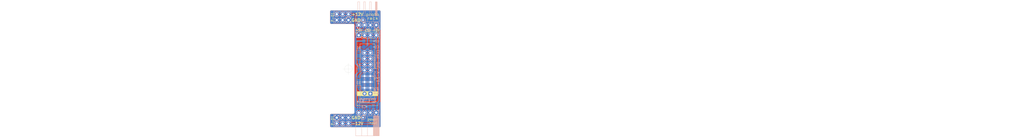
<source format=kicad_pcb>
(kicad_pcb (version 20221018) (generator pcbnew)
  (layers (0 "F.Cu" signal) (31 "B.Cu" signal) (34 "B.Paste" user) (35 "F.Paste" user) (36 "B.SilkS" user "B.Silkscreen") (37 "F.SilkS" user "F.Silkscreen") (38 "B.Mask" user) (39 "F.Mask" user) (44 "Edge.Cuts" user))
  (net 0 "")
  (net 1 "GND")
  (net 2 "+12V")
  (net 3 "-12V")
  (net 4 "+5V")
  (net 5 "/+5V_IN")
  (net 6 "/+12V_IN")
  (net 7 "/-12V_IN")
  (net 8 "unconnected-(J5-PadCV)")
  (net 9 "unconnected-(J5-PadGATE)")
  (footprint "Protorack:Eurorack_Power_Header_2x08_THT" (layer "F.Cu") (at 158.255 101.905)
    (fp_text reference "J5" hide)
    (fp_text value "POWER_IN")
    (pad "+5VD" thru_hole circle (at -1.27 -3.810001 180) (size 1.7 1.7) (drill 1) (layers "*.Cu" "*.Mask") (net 5 "/+5V_IN"))
    (pad "+5VD" thru_hole circle (at 1.27 -3.81 180) (size 1.7 1.7) (drill 1) (layers "*.Cu" "*.Mask") (net 5 "/+5V_IN"))
    (pad "+12V" thru_hole circle (at -1.27 -1.27 180) (size 1.7 1.7) (drill 1) (layers "*.Cu" "*.Mask") (net 6 "/+12V_IN"))
    (pad "+12V" thru_hole circle (at 1.27 -1.27 180) (size 1.7 1.7) (drill 1) (layers "*.Cu" "*.Mask") (net 6 "/+12V_IN"))
    (pad "-12V" thru_hole circle (at -1.27 8.89 180) (size 1.7 1.7) (drill 1) (layers "*.Cu" "*.Mask") (net 7 "/-12V_IN"))
    (pad "-12V" thru_hole roundrect (at 1.27 8.89 180) (size 1.7 1.7) (drill 1) (layers "*.Cu" "*.Mask") (roundrect_rratio 0.1470588235) (net 7 "/-12V_IN"))
    (pad "CV" thru_hole circle (at -1.27 -6.35 180) (size 1.7 1.7) (drill 1) (layers "*.Cu" "*.Mask") (net 8 "unconnected-(J5-PadCV)"))
    (pad "CV" thru_hole circle (at 1.27 -6.35 180) (size 1.7 1.7) (drill 1) (layers "*.Cu" "*.Mask") (net 8 "unconnected-(J5-PadCV)"))
    (pad "GATE" thru_hole circle (at -1.27 -8.890001 180) (size 1.7 1.7) (drill 1) (layers "*.Cu" "*.Mask") (net 9 "unconnected-(J5-PadGATE)"))
    (pad "GATE" thru_hole circle (at 1.27 -8.89 180) (size 1.7 1.7) (drill 1) (layers "*.Cu" "*.Mask") (net 9 "unconnected-(J5-PadGATE)"))
    (pad "GND" thru_hole circle (at -1.27 1.269999 180) (size 1.7 1.7) (drill 1) (layers "*.Cu" "*.Mask") (net 1 "GND"))
    (pad "GND" thru_hole circle (at -1.27 3.81 180) (size 1.7 1.7) (drill 1) (layers "*.Cu" "*.Mask") (net 1 "GND"))
    (pad "GND" thru_hole circle (at -1.27 6.349999 180) (size 1.7 1.7) (drill 1) (layers "*.Cu" "*.Mask") (net 1 "GND"))
    (pad "GND" thru_hole circle (at 1.27 1.27 180) (size 1.7 1.7) (drill 1) (layers "*.Cu" "*.Mask") (net 1 "GND"))
    (pad "GND" thru_hole circle (at 1.27 3.81 180) (size 1.7 1.7) (drill 1) (layers "*.Cu" "*.Mask") (net 1 "GND"))
    (pad "GND" thru_hole circle (at 1.27 6.35 180) (size 1.7 1.7) (drill 1) (layers "*.Cu" "*.Mask") (net 1 "GND"))
  )
  (footprint "Connector_PinSocket_2.54mm:PinSocket_1x04_P2.54mm_Vertical" (layer "F.Cu") (at 154.445 85.395 90)
    (fp_text reference "J4" hide)
    (fp_text value "+5V_OUT")
    (pad "1" thru_hole rect (at 0 0 90) (size 1.7 1.7) (drill 1) (layers "*.Cu" "*.Mask") (net 4 "+5V"))
    (pad "2" thru_hole oval (at 0 2.54 90) (size 1.7 1.7) (drill 1) (layers "*.Cu" "*.Mask") (net 4 "+5V"))
    (pad "3" thru_hole oval (at 0 5.08 90) (size 1.7 1.7) (drill 1) (layers "*.Cu" "*.Mask") (net 4 "+5V"))
    (pad "4" thru_hole oval (at 0 7.62 90) (size 1.7 1.7) (drill 1) (layers "*.Cu" "*.Mask") (net 4 "+5V"))
  )
  (footprint "BreadboardHelpers:Protorack_Logo_Small_7x4mm" (layer "F.Cu") (at 160.5 77.25)
    (fp_text reference "G***" hide)
    (fp_text value "LOGO" hide)
  )
  (footprint "Protorack:Breadboard_MB-102" (layer "F.Cu") (at 81.42 100)
    (fp_text reference "REF**" hide)
    (fp_text value "Breadboard_MB-102")
  )
  (footprint "Capacitor_SMD:C_1206_3216Metric_Pad1.33x1.80mm_HandSolder" (layer "B.Cu") (at 158.255 90.475)
    (fp_text reference "C1" (at 4.1275 0 180) (layer "B.SilkS") (effects (justify mirror)))
    (fp_text value "10uF")
    (pad "1" smd roundrect (at -1.5625 0) (size 1.325 1.8) (layers "B.Cu" "B.Paste" "B.Mask") (roundrect_rratio 0.1886792453) (net 4 "+5V"))
    (pad "2" smd roundrect (at 1.5625 0) (size 1.325 1.8) (layers "B.Cu" "B.Paste" "B.Mask") (roundrect_rratio 0.1886792453) (net 1 "GND"))
  )
  (footprint "Capacitor_SMD:C_1206_3216Metric_Pad1.33x1.80mm_HandSolder" (layer "B.Cu") (at 158.255 87.935)
    (fp_text reference "C2" (at 4.1275 0 180) (layer "B.SilkS") (effects (justify mirror)))
    (fp_text value "10uF")
    (pad "1" smd roundrect (at -1.5625 0) (size 1.325 1.8) (layers "B.Cu" "B.Paste" "B.Mask") (roundrect_rratio 0.1886792453) (net 2 "+12V"))
    (pad "2" smd roundrect (at 1.5625 0) (size 1.325 1.8) (layers "B.Cu" "B.Paste" "B.Mask") (roundrect_rratio 0.1886792453) (net 1 "GND"))
  )
  (footprint "Capacitor_SMD:C_1206_3216Metric_Pad1.33x1.80mm_HandSolder" (layer "B.Cu") (at 160.795 116.51 180)
    (fp_text reference "C3" (at 4.1275 0) (layer "B.SilkS") (effects (justify mirror)))
    (fp_text value "10uF")
    (pad "1" smd roundrect (at -1.5625 0 180) (size 1.325 1.8) (layers "B.Cu" "B.Paste" "B.Mask") (roundrect_rratio 0.1886792453) (net 3 "-12V"))
    (pad "2" smd roundrect (at 1.5625 0 180) (size 1.325 1.8) (layers "B.Cu" "B.Paste" "B.Mask") (roundrect_rratio 0.1886792453) (net 1 "GND"))
  )
  (footprint "Diode_SMD:D_SOD-123" (layer "B.Cu") (at 154.445 94.285 -90)
    (fp_text reference "D1" (at -3.4925 0) (layer "B.SilkS") (effects (justify mirror)))
    (fp_text value "1N5819HW")
    (pad "1" smd roundrect (at -1.65 0 270) (size 0.9 1.2) (layers "B.Cu" "B.Paste" "B.Mask") (net 4 "+5V"))
    (pad "2" smd roundrect (at 1.65 0 270) (size 0.9 1.2) (layers "B.Cu" "B.Paste" "B.Mask") (net 5 "/+5V_IN"))
  )
  (footprint "Diode_SMD:D_SOD-123" (layer "B.Cu") (at 154.445 101.905 -90)
    (fp_text reference "D2" (at -3.4925 0 180) (layer "B.SilkS") (effects (justify mirror)))
    (fp_text value "1N5819HW")
    (pad "1" smd roundrect (at -1.65 0 270) (size 0.9 1.2) (layers "B.Cu" "B.Paste" "B.Mask") (net 2 "+12V"))
    (pad "2" smd roundrect (at 1.65 0 270) (size 0.9 1.2) (layers "B.Cu" "B.Paste" "B.Mask") (net 6 "/+12V_IN"))
  )
  (footprint "Diode_SMD:D_SOD-123" (layer "B.Cu") (at 154.445 109.525 -90)
    (fp_text reference "D3" (at -3.4925 0 180) (layer "B.SilkS") (effects (justify mirror)))
    (fp_text value "1N5819HW")
    (pad "1" smd roundrect (at -1.65 0 270) (size 0.9 1.2) (layers "B.Cu" "B.Paste" "B.Mask") (net 7 "/-12V_IN"))
    (pad "2" smd roundrect (at 1.65 0 270) (size 0.9 1.2) (layers "B.Cu" "B.Paste" "B.Mask") (net 3 "-12V"))
  )
  (footprint "Connector_PinHeader_2.54mm:PinHeader_1x04_P2.54mm_Horizontal" (layer "B.Cu") (at 162.065 80.95 90)
    (fp_text reference "J3" hide)
    (fp_text value "CHAIN_TOP")
    (pad "1" thru_hole rect (at 0 0 90) (size 1.7 1.7) (drill 1) (layers "*.Cu" "*.Mask") (net 3 "-12V"))
    (pad "2" thru_hole oval (at 0 -2.54 90) (size 1.7 1.7) (drill 1) (layers "*.Cu" "*.Mask") (net 1 "GND"))
    (pad "3" thru_hole oval (at 0 -5.08 90) (size 1.7 1.7) (drill 1) (layers "*.Cu" "*.Mask") (net 2 "+12V"))
    (pad "4" thru_hole oval (at 0 -7.62 90) (size 1.7 1.7) (drill 1) (layers "*.Cu" "*.Mask") (net 4 "+5V"))
  )
  (footprint "Connector_PinSocket_2.54mm:PinSocket_1x04_P2.54mm_Horizontal" (layer "B.Cu") (at 162.065 119.05 90)
    (fp_text reference "J6" hide)
    (fp_text value "CHAIN_BOTTOM")
    (pad "1" thru_hole rect (at 0 0 90) (size 1.7 1.7) (drill 1) (layers "*.Cu" "*.Mask") (net 3 "-12V"))
    (pad "2" thru_hole oval (at 0 -2.54 90) (size 1.7 1.7) (drill 1) (layers "*.Cu" "*.Mask") (net 1 "GND"))
    (pad "3" thru_hole oval (at 0 -5.08 90) (size 1.7 1.7) (drill 1) (layers "*.Cu" "*.Mask") (net 2 "+12V"))
    (pad "4" thru_hole oval (at 0 -7.62 90) (size 1.7 1.7) (drill 1) (layers "*.Cu" "*.Mask") (net 4 "+5V"))
  )
  (footprint "Connector_PinHeader_2.54mm:PinHeader_2x03_P2.54mm_Vertical" (layer "B.Cu") (at 150 78.77 90)
    (fp_text reference "J1" hide)
    (fp_text value "POWER_A")
    (pad "1" thru_hole rect (at 0 0 90) (size 1.7 1.7) (drill 1) (layers "*.Cu" "*.Mask") (net 1 "GND"))
    (pad "2" thru_hole oval (at 2.54 0 90) (size 1.7 1.7) (drill 1) (layers "*.Cu" "*.Mask") (net 2 "+12V"))
    (pad "3" thru_hole oval (at 0 -2.54 90) (size 1.7 1.7) (drill 1) (layers "*.Cu" "*.Mask") (net 1 "GND"))
    (pad "4" thru_hole oval (at 2.54 -2.54 90) (size 1.7 1.7) (drill 1) (layers "*.Cu" "*.Mask") (net 2 "+12V"))
    (pad "5" thru_hole oval (at 0 -5.08 90) (size 1.7 1.7) (drill 1) (layers "*.Cu" "*.Mask") (net 1 "GND"))
    (pad "6" thru_hole oval (at 2.54 -5.08 90) (size 1.7 1.7) (drill 1) (layers "*.Cu" "*.Mask") (net 2 "+12V"))
  )
  (footprint "Connector_PinHeader_2.54mm:PinHeader_2x03_P2.54mm_Vertical" (layer "B.Cu") (at 144.92 121.23 -90)
    (fp_text reference "J2" hide)
    (fp_text value "POWER_B")
    (pad "1" thru_hole rect (at 0 0 270) (size 1.7 1.7) (drill 1) (layers "*.Cu" "*.Mask") (net 1 "GND"))
    (pad "2" thru_hole oval (at 2.54 0 270) (size 1.7 1.7) (drill 1) (layers "*.Cu" "*.Mask") (net 3 "-12V"))
    (pad "3" thru_hole oval (at 0 -2.54 270) (size 1.7 1.7) (drill 1) (layers "*.Cu" "*.Mask") (net 1 "GND"))
    (pad "4" thru_hole oval (at 2.54 -2.54 270) (size 1.7 1.7) (drill 1) (layers "*.Cu" "*.Mask") (net 3 "-12V"))
    (pad "5" thru_hole oval (at 0 -5.08 270) (size 1.7 1.7) (drill 1) (layers "*.Cu" "*.Mask") (net 1 "GND"))
    (pad "6" thru_hole oval (at 2.54 -5.08 270) (size 1.7 1.7) (drill 1) (layers "*.Cu" "*.Mask") (net 3 "-12V"))
  )
  (footprint "TestPoint:TestPoint_THTPad_D1.5mm_Drill0.7mm" (layer "B.Cu") (at 156.35 121.23)
    (fp_text reference "TP1" hide)
    (fp_text value "GND")
    (pad "1" thru_hole circle (at 0 0) (size 1.5 1.5) (drill 0.7) (layers "*.Cu" "*.Mask") (net 1 "GND"))
  )
  (footprint "TestPoint:TestPoint_THTPad_D1.5mm_Drill0.7mm" (layer "B.Cu") (at 156.35 78.77)
    (fp_text reference "TP2" hide)
    (fp_text value "GND")
    (pad "1" thru_hole circle (at 0 0) (size 1.5 1.5) (drill 0.7) (layers "*.Cu" "*.Mask") (net 1 "GND"))
  )
  (gr_arc (start 142.5 125.5) (mid 142.146447 125.353553) (end 142 125) (stroke (width 0.05)) (layer "Edge.Cuts"))
  (gr_line (start 163.5 125.5) (end 142.5 125.5) (stroke (width 0.05)) (layer "Edge.Cuts"))
  (gr_arc (start 164 125) (mid 163.853553 125.353553) (end 163.5 125.5) (stroke (width 0.05)) (layer "Edge.Cuts"))
  (gr_line (start 164 75) (end 164 125) (stroke (width 0.05)) (layer "Edge.Cuts"))
  (gr_arc (start 142.5 80.5) (mid 142.146447 80.353553) (end 142 80) (stroke (width 0.05)) (layer "Edge.Cuts"))
  (gr_arc (start 152 80.5) (mid 152.353553 80.646447) (end 152.5 81) (stroke (width 0.05)) (layer "Edge.Cuts"))
  (gr_arc (start 152.5 119) (mid 152.353553 119.353553) (end 152 119.5) (stroke (width 0.05)) (layer "Edge.Cuts"))
  (gr_arc (start 142 120) (mid 142.146447 119.646447) (end 142.5 119.5) (stroke (width 0.05)) (layer "Edge.Cuts"))
  (gr_line (start 142 125) (end 142 120) (stroke (width 0.05)) (layer "Edge.Cuts"))
  (gr_line (start 142.5 119.5) (end 152 119.5) (stroke (width 0.05)) (layer "Edge.Cuts"))
  (gr_line (start 152.5 119) (end 152.5 81) (stroke (width 0.05)) (layer "Edge.Cuts"))
  (gr_line (start 152 80.5) (end 142.5 80.5) (stroke (width 0.05)) (layer "Edge.Cuts"))
  (gr_line (start 142 80) (end 142 75) (stroke (width 0.05)) (layer "Edge.Cuts"))
  (gr_arc (start 163.5 74.5) (mid 163.853553 74.646447) (end 164 75) (stroke (width 0.05)) (layer "Edge.Cuts"))
  (gr_arc (start 142 75) (mid 142.146447 74.646447) (end 142.5 74.5) (stroke (width 0.05)) (layer "Edge.Cuts"))
  (gr_line (start 142.5 74.5) (end 163.5 74.5) (stroke (width 0.05)) (layer "Edge.Cuts"))
  (gr_text "P-01-R" (at 158.255 83.1725) (layer "B.SilkS") (effects (font (size 1.25 1.25) (thickness 0.2)) (justify mirror)))
  (gr_text "2023\nRev.3" (at 162.065 109.525 90) (layer "B.SilkS") (effects (font (size 0.8 0.8)) (justify mirror)))
  (gr_text "designed by\nMax Schlecht" (at 158.255 113.6525) (layer "B.SilkS") (effects (font (size 0.8 0.8)) (justify mirror)))
  (gr_text "Licensed under\nCERN-OHL-W-2.0+" (at 162.065 99.365 90) (layer "B.SilkS") (effects (font (size 1 1)) (justify mirror)))
  (gr_text "GND" (at 151.25 78.82) (layer "F.SilkS") (effects (font (size 1.25 1.25) (thickness 0.25)) (justify left)))
  (gr_text "P-01" (at 143.125 77.5 90) (layer "F.SilkS") (effects (font (size 1 1))))
  (gr_text "+12V" (at 151.25 76.28) (layer "F.SilkS") (effects (font (size 1.25 1.25) (thickness 0.25)) (justify left)))
  (gr_text "GND" (at 151.25 121.28) (layer "F.SilkS") (effects (font (size 1.25 1.25) (thickness 0.25)) (justify left)))
  (gr_text "-12V" (at 151.25 123.82) (layer "F.SilkS") (effects (font (size 1.25 1.25) (thickness 0.25)) (justify left)))
  (gr_text "power\ninput" (at 160.5 122.75) (layer "F.SilkS") (effects (font (size 1 1) (thickness 0.15) italic)))
  (gr_text "P-01\n" (at 143.125 122.5 90) (layer "F.SilkS") (effects (font (size 1 1))))
  (gr_text "+5V +5V +5V" (at 158.255 83.1725) (layer "F.SilkS") (effects (font (size 1 1) (thickness 0.2))))
  (target plus (at 150 100) (size 5) (width 0.05) (layer "Edge.Cuts"))
  (via (at 161.1125 87.935) (size 0.8) (drill 0.4) (layers "F.Cu" "B.Cu") (net 1))
  (via (at 161.1125 90.475) (size 0.8) (drill 0.4) (layers "F.Cu" "B.Cu") (net 1))
  (via (at 157.9375 116.51) (size 0.8) (drill 0.4) (layers "F.Cu" "B.Cu") (net 1))
  (segment (start 153.175 81.585) (end 153.175 80.315) (width 0.4) (layer "B.Cu") (net 2))
  (segment (start 153.175 102.54) (end 153.175 115.875) (width 0.6) (layer "B.Cu") (net 2))
  (segment (start 153.175 82.855) (end 153.175 81.585) (width 0.6) (layer "B.Cu") (net 2))
  (segment (start 156.985 82.22) (end 156.35 82.855) (width 0.6) (layer "B.Cu") (net 2))
  (segment (start 156.35 116.51) (end 156.985 117.145) (width 0.6) (layer "B.Cu") (net 2))
  (segment (start 153.175 76.865) (end 152.54 76.23) (width 0.6) (layer "B.Cu") (net 2))
  (segment (start 154.445 99.0475) (end 153.175 97.7775) (width 0.6) (layer "B.Cu") (net 2))
  (segment (start 154.445 101.27) (end 153.175 102.54) (width 0.6) (layer "B.Cu") (net 2))
  (segment (start 153.175 97.7775) (end 153.175 87.935) (width 0.6) (layer "B.Cu") (net 2))
  (segment (start 156.35 82.855) (end 153.175 82.855) (width 0.6) (layer "B.Cu") (net 2))
  (segment (start 153.81 116.51) (end 153.175 115.875) (width 0.6) (layer "B.Cu") (net 2))
  (segment (start 156.985 117.145) (end 156.985 119.05) (width 0.6) (layer "B.Cu") (net 2))
  (segment (start 154.445 100.255) (end 154.445 99.0475) (width 0.6) (layer "B.Cu") (net 2))
  (segment (start 153.81 116.51) (end 156.35 116.51) (width 0.6) (layer "B.Cu") (net 2))
  (segment (start 153.175 87.935) (end 153.175 86.665) (width 0.6) (layer "B.Cu") (net 2))
  (segment (start 144.92 76.23) (end 152.54 76.23) (width 0.6) (layer "B.Cu") (net 2))
  (segment (start 153.175 86.665) (end 153.175 84.125) (width 0.4) (layer "B.Cu") (net 2))
  (segment (start 156.985 80.95) (end 156.985 82.22) (width 0.6) (layer "B.Cu") (net 2))
  (segment (start 153.175 80.315) (end 153.175 76.865) (width 0.6) (layer "B.Cu") (net 2))
  (segment (start 153.175 84.125) (end 153.175 82.855) (width 0.6) (layer "B.Cu") (net 2))
  (segment (start 156.6925 87.935) (end 153.175 87.935) (width 0.6) (layer "B.Cu") (net 2))
  (segment (start 154.445 100.255) (end 154.445 101.27) (width 0.6) (layer "B.Cu") (net 2))
  (segment (start 162.3575 117.6145) (end 162.3575 116.51) (width 0.6) (layer "B.Cu") (net 3))
  (segment (start 162.3575 114.9475) (end 163.335 113.97) (width 0.6) (layer "B.Cu") (net 3))
  (segment (start 155.08 114.9225) (end 162.3825 114.9225) (width 0.6) (layer "B.Cu") (net 3))
  (segment (start 162.065 80.95) (end 162.065 82.22) (width 0.6) (layer "B.Cu") (net 3))
  (segment (start 162.3575 116.51) (end 162.3575 114.9475) (width 0.6) (layer "B.Cu") (net 3))
  (segment (start 144.92 123.77) (end 161.4725 123.77) (width 0.6) (layer "B.Cu") (net 3))
  (segment (start 163.335 84.76) (end 163.335 84.4425) (width 0.6) (layer "B.Cu") (net 3))
  (segment (start 162.3575 114.9475) (end 162.3825 114.9225) (width 0.6) (layer "B.Cu") (net 3))
  (segment (start 154.445 111.175) (end 154.445 114.2875) (width 0.6) (layer "B.Cu") (net 3))
  (segment (start 154.445 114.2875) (end 155.08 114.9225) (width 0.6) (layer "B.Cu") (net 3))
  (segment (start 163.335 86.03) (end 163.335 84.76) (width 0.4) (layer "B.Cu") (net 3))
  (segment (start 162.065 119.05) (end 162.065 117.907) (width 0.6) (layer "B.Cu") (net 3))
  (segment (start 161.4725 123.77) (end 162.065 123.1775) (width 0.6) (layer "B.Cu") (net 3))
  (segment (start 162.065 82.22) (end 163.335 83.49) (width 0.6) (layer "B.Cu") (net 3))
  (segment (start 163.335 86.03) (end 163.335 113.97) (width 0.6) (layer "B.Cu") (net 3))
  (segment (start 162.065 117.907) (end 162.3575 117.6145) (width 0.6) (layer "B.Cu") (net 3))
  (segment (start 163.335 83.49) (end 163.335 84.4425) (width 0.6) (layer "B.Cu") (net 3))
  (segment (start 162.065 123.1775) (end 162.065 119.05) (width 0.6) (layer "B.Cu") (net 3))
  (segment (start 154.445 85.395) (end 154.445 80.95) (width 0.6) (layer "F.Cu") (net 4))
  (segment (start 154.445 114.2875) (end 155.08 113.6525) (width 0.6) (layer "F.Cu") (net 4))
  (segment (start 154.445 119.05) (end 154.445 114.2875) (width 0.6) (layer "F.Cu") (net 4))
  (segment (start 155.08 113.6525) (end 156.35 113.6525) (width 0.6) (layer "F.Cu") (net 4))
  (via (at 156.35 113.6525) (size 0.8) (drill 0.4) (layers "F.Cu" "B.Cu") (net 4))
  (segment (start 162.065 85.395) (end 159.525 85.395) (width 0.6) (layer "B.Cu") (net 4))
  (segment (start 162.065 113.0175) (end 162.065 85.395) (width 0.6) (layer "B.Cu") (net 4))
  (segment (start 156.6925 90.475) (end 155.08 90.475) (width 0.6) (layer "B.Cu") (net 4))
  (segment (start 154.445 91.11) (end 155.08 90.475) (width 0.6) (layer "B.Cu") (net 4))
  (segment (start 156.985 85.395) (end 154.445 85.395) (width 0.6) (layer "B.Cu") (net 4))
  (segment (start 156.35 113.6525) (end 161.43 113.6525) (width 0.6) (layer "B.Cu") (net 4))
  (segment (start 154.445 92.635) (end 154.445 91.11) (width 0.6) (layer "B.Cu") (net 4))
  (segment (start 158.255 85.395) (end 159.525 85.395) (width 0.6) (layer "B.Cu") (net 4))
  (segment (start 157.62 90.475) (end 156.6925 90.475) (width 0.6) (layer "B.Cu") (net 4))
  (segment (start 154.445 85.395) (end 157.62 85.395) (width 0.4) (layer "B.Cu") (net 4))
  (segment (start 162.065 85.395) (end 158.89 85.395) (width 0.4) (layer "B.Cu") (net 4))
  (segment (start 161.43 113.6525) (end 162.065 113.0175) (width 0.6) (layer "B.Cu") (net 4))
  (segment (start 158.255 85.395) (end 156.985 85.395) (width 0.6) (layer "B.Cu") (net 4))
  (segment (start 158.255 89.84) (end 158.255 85.395) (width 0.6) (layer "B.Cu") (net 4))
  (segment (start 158.255 89.84) (end 157.62 90.475) (width 0.6) (layer "B.Cu") (net 4))
  (segment (start 155.08 98.095) (end 154.445 97.46) (width 0.6) (layer "B.Cu") (net 5))
  (segment (start 159.525 98.095) (end 155.08 98.095) (width 0.6) (layer "B.Cu") (net 5))
  (segment (start 154.445 97.46) (end 154.445 95.935) (width 0.6) (layer "B.Cu") (net 5))
  (segment (start 159.525 100.635) (end 156.985 100.635) (width 0.6) (layer "B.Cu") (net 6))
  (segment (start 154.445 103.555) (end 154.445 102.8575) (width 0.6) (layer "B.Cu") (net 6))
  (segment (start 154.445 102.8575) (end 156.6675 100.635) (width 0.6) (layer "B.Cu") (net 6))
  (segment (start 154.445 108.89) (end 156.35 110.795) (width 0.6) (layer "B.Cu") (net 7))
  (segment (start 154.445 107.875) (end 154.445 108.89) (width 0.6) (layer "B.Cu") (net 7))
  (segment (start 156.35 110.795) (end 156.985 110.795) (width 0.6) (layer "B.Cu") (net 7))
  (segment (start 159.525 110.795) (end 156.985 110.795) (width 0.6) (layer "B.Cu") (net 7))
  (segment (start 156.985 95.555) (end 159.525 95.555) (width 0.6) (layer "B.Cu") (net 8))
  (segment (start 156.985 93.015) (end 159.525 93.015) (width 0.6) (layer "B.Cu") (net 9))
  (zone (net 1) (net_name "GND") (layers "F&B.Cu") (connect_pads (clearance 0.254)) (min_thickness 0.254) (fill yes (thermal_gap 0.254) (thermal_bridge_width 0.508))
    (polygon (pts (xy 164 125.5) (xy 142 125.5) (xy 142 74.5) (xy 164 74.5)))
  )
)
</source>
